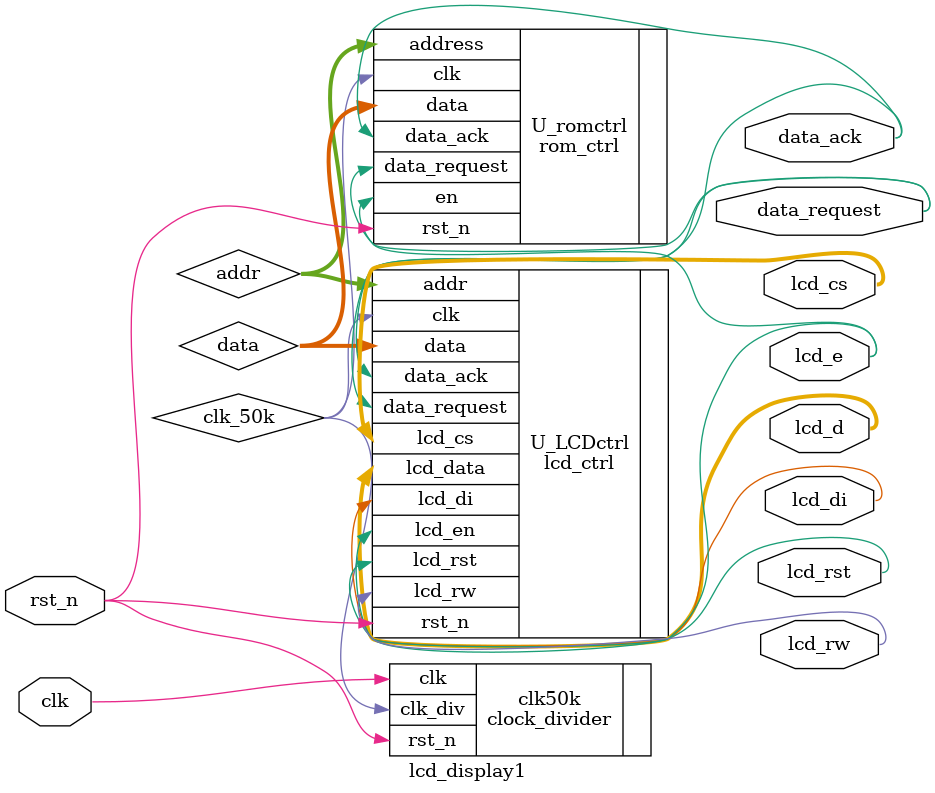
<source format=v>
`timescale 1ns / 1ps
module lcd_display1(
    clk, //system clock (I)
    rst_n, //active low reset (I)
    data_request, //(O)
    data_ack, //(O)
    lcd_rst, //LCD reset (O)
    lcd_cs, //LCD frame selection (O)
    lcd_rw, //LCD read/write control (O)
    lcd_di, //LCD data/instruction (O)
    lcd_d, //LCD data (O)
    lcd_e //LCD enable (O)
);

input clk; // system clock
input rst_n; // active low reset
output lcd_rst; // LCD reset
output [1:0] lcd_cs; // LCD frame selection
output lcd_rw; // LCD read/write control
output lcd_di; // LCD data/instruction
output [7:0] lcd_d; // LCD data
output lcd_e; // LCD enable

wire clk_50k; // Divided 50k clock
//wire data_ack; //data re-arrangement buffer ready indicator
output data_ack; //data re-arrangement buffer ready indicator
wire [7:0] data; // byte data transfer from buffer
wire [6:0] addr; // Address for each picture
//wire data_request; // request for the memory data
output data_request; // request for the memory data

lcd_ctrl U_LCDctrl(
    .clk(clk_50k), //LCD controller clock (I)
    .rst_n(rst_n), //active low reset (I)
    .data_ack(data_ack), //data re-arrangement buffer ready indicator (I)
    .data(data), //byte data transfer from buffer (I)
    .lcd_di(lcd_di), //LCD data/instruction (O)
    .lcd_rw(lcd_rw), //LCD Read/Write (O)
    .lcd_en(lcd_e), //LCD enable (O)
    .lcd_rst(lcd_rst), //LCD reset (O)
    .lcd_cs(lcd_cs), //LCD frame select (O)
    .lcd_data(lcd_d), //LCD data (O)
    .addr(addr), //Address for each picture (O)
    .data_request(data_request) //request for the memory data (O)
);

rom_ctrl U_romctrl(
    .clk(clk_50k), //rom controller clock
    .rst_n(rst_n), //active low reset
    .en(lcd_e), //LCD enable
    .data_request(data_request), //request signal from LCD
    .address(addr), //requested address
    .data_ack(data_ack), //data ready acknowledge
    .data(data) //data to be transferred (byte)
);

clock_divider #(
    .half_cycle(400),
    .counter_width(9)
  ) clk50k (
    .rst_n(rst_n),
    .clk(clk),
    .clk_div(clk_50k)
);

endmodule

</source>
